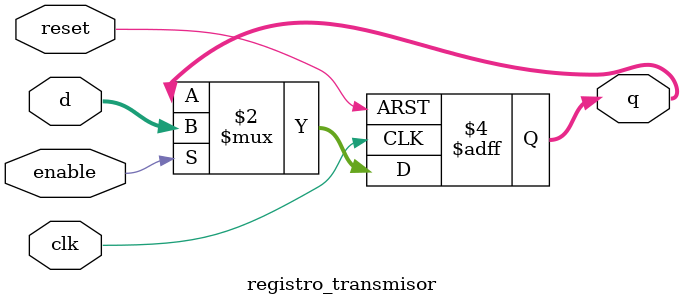
<source format=v>
`timescale 1ns / 1ps

module registro_transmisor (
	input wire clk,
	input wire reset,
	input wire enable,
	input wire [31:0]d,
	output reg [31:0]q
);
always@(posedge clk or posedge reset ) begin
	if (reset) begin 
		q<=32'd0;
	end else begin 
		if(enable) begin 
			q<=d;
		end 		
	end
end
endmodule
</source>
